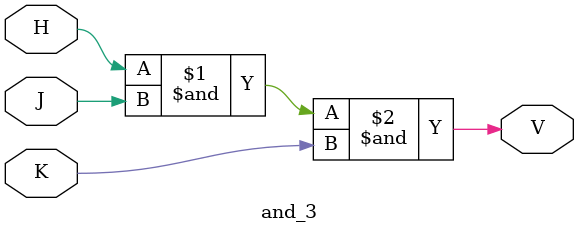
<source format=sv>


module and_3 (input logic H,J,K, output logic V);


			assign V = H & J & K;
			
			
endmodule
</source>
